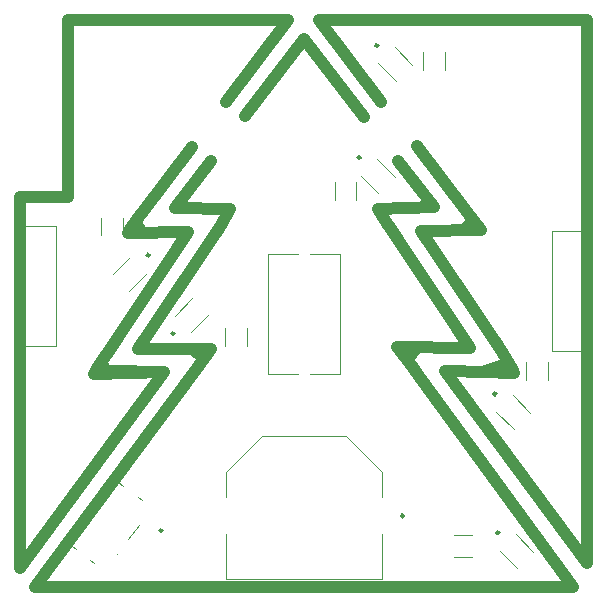
<source format=gto>
G04*
G04 #@! TF.GenerationSoftware,Altium Limited,Altium Designer,23.1.1 (15)*
G04*
G04 Layer_Color=65535*
%FSLAX44Y44*%
%MOMM*%
G71*
G04*
G04 #@! TF.SameCoordinates,76C6093D-9881-4B20-89D2-928948A7DA56*
G04*
G04*
G04 #@! TF.FilePolarity,Positive*
G04*
G01*
G75*
%ADD10C,0.2500*%
%ADD11C,1.0000*%
%ADD12C,0.0001*%
D10*
X324550Y60000D02*
G03*
X324550Y60000I-1250J0D01*
G01*
X120322Y47484D02*
G03*
X120322Y47484I-1250J0D01*
G01*
X302941Y458308D02*
G03*
X302941Y458308I-1250J0D01*
G01*
X288092Y363158D02*
G03*
X288092Y363158I-1250J0D01*
G01*
X130517Y214267D02*
G03*
X130517Y214267I-1250J0D01*
G01*
X405517Y45733D02*
G03*
X405517Y45733I-1250J0D01*
G01*
X109483Y280733D02*
G03*
X109483Y280733I-1250J0D01*
G01*
X402942Y163309D02*
G03*
X402942Y163309I-1250J0D01*
G01*
D11*
X102674Y316350D02*
X145074Y372110D01*
X174372Y410507D02*
X227000Y480000D01*
X70000Y187000D02*
X73000Y182000D01*
X76168Y182721D01*
X121582Y181299D01*
X62000Y180000D02*
X121582Y181299D01*
X62000Y180000D02*
X64000Y183000D01*
X72232Y195722D01*
X99000Y306000D02*
X103000Y300000D01*
X91000Y299000D02*
X141945Y300291D01*
X91000Y299000D02*
X93000Y303000D01*
X102251Y315794D01*
X392000Y182000D02*
X408511Y187583D01*
X392000Y182000D02*
X418000Y181000D01*
X417000Y183000D02*
X418000Y181000D01*
X405000Y203000D02*
X417000Y183000D01*
X374449Y302057D02*
X377764Y304565D01*
X378705Y305599D02*
X384163Y309675D01*
X378326Y317350D02*
X390000Y302000D01*
X339055Y301291D02*
X390000Y302000D01*
X253000Y480000D02*
X305628Y410507D01*
X335926Y373110D02*
X378326Y317350D01*
X339055Y301291D02*
X405000Y203000D01*
X359418Y182299D02*
X395000Y182000D01*
X359418Y182299D02*
X480000Y20000D01*
Y480000D01*
X253000D02*
X480000D01*
X40000D02*
X227000D01*
X40000Y330000D02*
Y480000D01*
X0Y330000D02*
X40000D01*
X0Y16000D02*
Y330000D01*
Y16000D02*
X121582Y181299D01*
X72985Y196852D02*
X141945Y300291D01*
X147757Y199074D02*
X154000Y194000D01*
X330001Y195221D02*
X334882Y201168D01*
X12500Y0D02*
X467500D01*
X319000Y203000D02*
X380999Y202307D01*
X319000Y203000D02*
X322000Y199000D01*
X334000Y183000D01*
X157000Y201000D02*
X159000D01*
X161000D01*
X147500Y182500D02*
X161000Y201000D01*
X100001Y201307D02*
X159000Y201000D01*
X168961Y304746D02*
X177500Y320000D01*
X130811Y320299D02*
X177500Y320000D01*
X302500D02*
X311631Y306359D01*
X302500Y320000D02*
X350189Y321299D01*
X12500Y0D02*
X147500Y182500D01*
X100001Y201307D02*
X168961Y304746D01*
X312039Y305746D02*
X380999Y202307D01*
X332500Y185000D02*
X467500Y0D01*
X320000Y360000D02*
X350189Y321299D01*
X130811Y320299D02*
X161247Y360324D01*
X190407Y398679D02*
X240030Y463571D01*
X291095Y397584D01*
D12*
X173950Y97430D02*
X204300Y127300D01*
X275700D02*
X306050Y97430D01*
Y75750D02*
Y97430D01*
X204300Y127300D02*
X275700D01*
X173950Y6600D02*
X306050D01*
Y44250D01*
X173950Y75750D02*
Y97430D01*
Y6600D02*
Y44250D01*
X91205Y39997D02*
X100533Y52376D01*
X82177Y28018D02*
X82478Y28417D01*
X38450Y38117D02*
X46916Y31738D01*
X59295Y22410D02*
X62329Y20123D01*
X38450Y38117D02*
X78772Y91626D01*
X87237Y85246D01*
X99616Y75918D02*
X102651Y73631D01*
X359500Y437500D02*
Y452500D01*
X341000Y437500D02*
Y452500D01*
X428000Y175000D02*
Y190000D01*
X446500Y175000D02*
Y190000D01*
X302045Y361744D02*
X316894Y346894D01*
X144470Y215681D02*
X159319Y230530D01*
X130681Y229470D02*
X145530Y244319D01*
X405681Y30530D02*
X420530Y15681D01*
X419470Y44319D02*
X434319Y29470D01*
X244840Y179600D02*
X270240D01*
Y281200D01*
X244840D02*
X270240D01*
X209760Y179600D02*
X235160D01*
X209760D02*
Y281200D01*
X235160D01*
X284500Y327500D02*
Y342500D01*
X266000Y327500D02*
Y342500D01*
X191851Y204076D02*
Y219076D01*
X173351Y204076D02*
Y219076D01*
X367500Y25500D02*
X382500D01*
X367500Y44000D02*
X382500D01*
X78181Y264470D02*
X93030Y279319D01*
X91970Y250681D02*
X106819Y265530D01*
X403106Y148106D02*
X417955Y133257D01*
X416894Y161894D02*
X431744Y147045D01*
X4840Y305400D02*
X30240D01*
Y203800D02*
Y305400D01*
X4840Y203800D02*
X30240D01*
X449760Y301200D02*
X475160D01*
X449760Y199600D02*
Y301200D01*
Y199600D02*
X475160D01*
X68000Y297500D02*
Y312500D01*
X86500Y297500D02*
Y312500D01*
X40000Y330000D02*
Y480000D01*
X0Y330000D02*
X40000D01*
X303106Y443106D02*
X317955Y428256D01*
X316894Y456894D02*
X331744Y442045D01*
X288256Y347955D02*
X303106Y333106D01*
M02*

</source>
